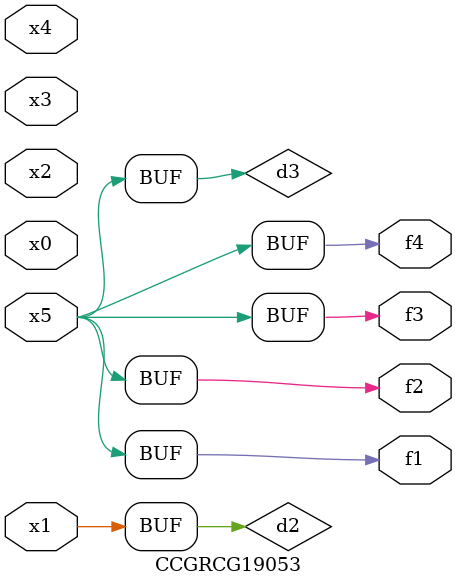
<source format=v>
module CCGRCG19053(
	input x0, x1, x2, x3, x4, x5,
	output f1, f2, f3, f4
);

	wire d1, d2, d3;

	not (d1, x5);
	or (d2, x1);
	xnor (d3, d1);
	assign f1 = d3;
	assign f2 = d3;
	assign f3 = d3;
	assign f4 = d3;
endmodule

</source>
